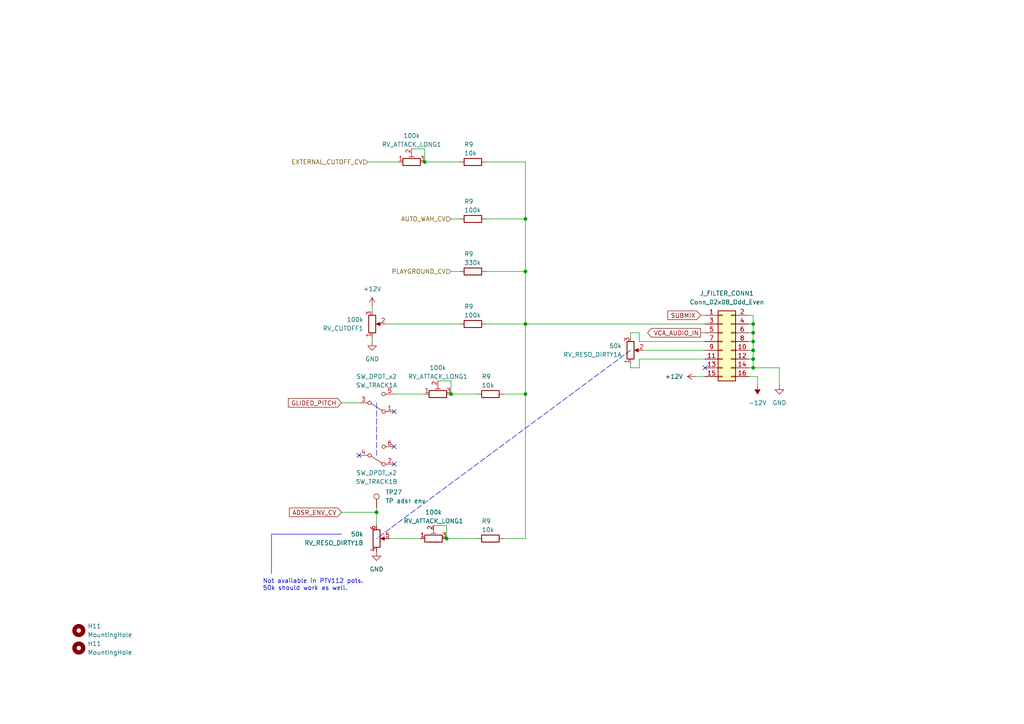
<source format=kicad_sch>
(kicad_sch (version 20231120) (generator "eeschema") (generator_version "8.0")
  (paper "A4")
  (lib_symbols
    (symbol "Connector:TestPoint" (pin_numbers hide) (pin_names (offset 0.762) hide)
      (property "Reference" "TP" (at 0 6.858 0))
      (property "Value" "TestPoint" (at 0 5.08 0))
      (symbol "TestPoint_0_1"
        (circle (center 0 3.302) (radius 0.762))
      )
      (symbol "TestPoint_1_1"
        (pin passive line (at 0 0 90) (length 2.54) (name "1") (number "1"))
      )
    )
    (symbol "Connector_Generic:Conn_02x08_Odd_Even" (pin_names (offset 1.016) hide)
      (property "Reference" "J" (at 1.27 10.16 0))
      (property "Value" "Conn_02x08_Odd_Even" (at 1.27 -12.7 0))
      (symbol "Conn_02x08_Odd_Even_1_1"
        (rectangle (start -1.27 -10.033) (end 0 -10.287) (stroke (width 0.1524)))
        (rectangle (start -1.27 -7.493) (end 0 -7.747) (stroke (width 0.1524)))
        (rectangle (start -1.27 -4.953) (end 0 -5.207) (stroke (width 0.1524)))
        (rectangle (start -1.27 -2.413) (end 0 -2.667) (stroke (width 0.1524)))
        (rectangle (start -1.27 0.127) (end 0 -0.127) (stroke (width 0.1524)))
        (rectangle (start -1.27 2.667) (end 0 2.413) (stroke (width 0.1524)))
        (rectangle (start -1.27 5.207) (end 0 4.953) (stroke (width 0.1524)))
        (rectangle (start -1.27 7.747) (end 0 7.493) (stroke (width 0.1524)))
        (rectangle (start -1.27 8.89) (end 3.81 -11.43) (stroke (width 0.254)) (fill (type background)))
        (rectangle (start 3.81 -10.033) (end 2.54 -10.287) (stroke (width 0.1524)))
        (rectangle (start 3.81 -7.493) (end 2.54 -7.747) (stroke (width 0.1524)))
        (rectangle (start 3.81 -4.953) (end 2.54 -5.207) (stroke (width 0.1524)))
        (rectangle (start 3.81 -2.413) (end 2.54 -2.667) (stroke (width 0.1524)))
        (rectangle (start 3.81 0.127) (end 2.54 -0.127) (stroke (width 0.1524)))
        (rectangle (start 3.81 2.667) (end 2.54 2.413) (stroke (width 0.1524)))
        (rectangle (start 3.81 5.207) (end 2.54 4.953) (stroke (width 0.1524)))
        (rectangle (start 3.81 7.747) (end 2.54 7.493) (stroke (width 0.1524)))
        (pin passive line (at -5.08 7.62 0) (length 3.81) (name "Pin_1") (number "1"))
        (pin passive line (at 7.62 -2.54 180) (length 3.81) (name "Pin_10") (number "10"))
        (pin passive line (at -5.08 -5.08 0) (length 3.81) (name "Pin_11") (number "11"))
        (pin passive line (at 7.62 -5.08 180) (length 3.81) (name "Pin_12") (number "12"))
        (pin passive line (at -5.08 -7.62 0) (length 3.81) (name "Pin_13") (number "13"))
        (pin passive line (at 7.62 -7.62 180) (length 3.81) (name "Pin_14") (number "14"))
        (pin passive line (at -5.08 -10.16 0) (length 3.81) (name "Pin_15") (number "15"))
        (pin passive line (at 7.62 -10.16 180) (length 3.81) (name "Pin_16") (number "16"))
        (pin passive line (at 7.62 7.62 180) (length 3.81) (name "Pin_2") (number "2"))
        (pin passive line (at -5.08 5.08 0) (length 3.81) (name "Pin_3") (number "3"))
        (pin passive line (at 7.62 5.08 180) (length 3.81) (name "Pin_4") (number "4"))
        (pin passive line (at -5.08 2.54 0) (length 3.81) (name "Pin_5") (number "5"))
        (pin passive line (at 7.62 2.54 180) (length 3.81) (name "Pin_6") (number "6"))
        (pin passive line (at -5.08 0 0) (length 3.81) (name "Pin_7") (number "7"))
        (pin passive line (at 7.62 0 180) (length 3.81) (name "Pin_8") (number "8"))
        (pin passive line (at -5.08 -2.54 0) (length 3.81) (name "Pin_9") (number "9"))
      )
    )
    (symbol "Device:R" (pin_numbers hide) (pin_names (offset 0))
      (property "Reference" "R" (at 2.032 0 90))
      (property "Value" "R" (at 0 0 90))
      (symbol "R_0_1"
        (rectangle (start -1.016 -2.54) (end 1.016 2.54) (stroke (width 0.254)))
      )
      (symbol "R_1_1"
        (pin passive line (at 0 3.81 270) (length 1.27) (name "~") (number "1"))
        (pin passive line (at 0 -3.81 90) (length 1.27) (name "~") (number "2"))
      )
    )
    (symbol "Device:R_Potentiometer" (pin_names (offset 1.016) hide)
      (property "Reference" "RV" (at -4.445 0 90))
      (property "Value" "R_Potentiometer" (at -2.54 0 90))
      (symbol "R_Potentiometer_0_1"
        (polyline (pts (xy 2.54 0) (xy 1.524 0)))
        (polyline (pts (xy 1.143 0) (xy 2.286 0.508) (xy 2.286 -0.508) (xy 1.143 0)) (fill (type outline)))
        (rectangle (start 1.016 2.54) (end -1.016 -2.54) (stroke (width 0.254)))
      )
      (symbol "R_Potentiometer_1_1"
        (pin passive line (at 0 3.81 270) (length 1.27) (name "1") (number "1"))
        (pin passive line (at 3.81 0 180) (length 1.27) (name "2") (number "2"))
        (pin passive line (at 0 -3.81 90) (length 1.27) (name "3") (number "3"))
      )
    )
    (symbol "Device:R_Potentiometer_Dual_Separate" (pin_names (offset 1.016) hide)
      (property "Reference" "RV" (at -4.445 0 90))
      (property "Value" "R_Potentiometer_Dual_Separate" (at -2.54 0 90))
      (symbol "R_Potentiometer_Dual_Separate_0_1"
        (polyline (pts (xy 2.54 0) (xy 1.524 0)))
        (polyline (pts (xy 1.143 0) (xy 2.286 0.508) (xy 2.286 -0.508) (xy 1.143 0)) (fill (type outline)))
        (rectangle (start 1.016 2.54) (end -1.016 -2.54) (stroke (width 0.254)))
      )
      (symbol "R_Potentiometer_Dual_Separate_1_1"
        (pin passive line (at 0 3.81 270) (length 1.27) (name "1") (number "1"))
        (pin passive line (at 3.81 0 180) (length 1.27) (name "2") (number "2"))
        (pin passive line (at 0 -3.81 90) (length 1.27) (name "3") (number "3"))
      )
      (symbol "R_Potentiometer_Dual_Separate_2_1"
        (pin passive line (at 0 3.81 270) (length 1.27) (name "4") (number "4"))
        (pin passive line (at 3.81 0 180) (length 1.27) (name "5") (number "5"))
        (pin passive line (at 0 -3.81 90) (length 1.27) (name "6") (number "6"))
      )
    )
    (symbol "Device:R_Potentiometer_Trim" (pin_names (offset 1.016) hide)
      (property "Reference" "RV" (at -4.445 0 90))
      (property "Value" "R_Potentiometer_Trim" (at -2.54 0 90))
      (symbol "R_Potentiometer_Trim_0_1"
        (polyline (pts (xy 1.524 0.762) (xy 1.524 -0.762)))
        (polyline (pts (xy 2.54 0) (xy 1.524 0)))
        (rectangle (start 1.016 2.54) (end -1.016 -2.54) (stroke (width 0.254)))
      )
      (symbol "R_Potentiometer_Trim_1_1"
        (pin passive line (at 0 3.81 270) (length 1.27) (name "1") (number "1"))
        (pin passive line (at 3.81 0 180) (length 1.27) (name "2") (number "2"))
        (pin passive line (at 0 -3.81 90) (length 1.27) (name "3") (number "3"))
      )
    )
    (symbol "Mechanical:MountingHole" (pin_names (offset 1.016))
      (property "Reference" "H" (at 0 5.08 0))
      (property "Value" "MountingHole" (at 0 3.175 0))
      (symbol "MountingHole_0_1"
        (circle (center 0 0) (radius 1.27) (stroke (width 1.27)))
      )
    )
    (symbol "Shmoergh-Custom-Components:SW_DPDT_x2" (pin_names (offset 0) hide)
      (property "Reference" "SW" (at 0 4.318 0))
      (property "Value" "SW_DPDT_x2" (at 0 -5.08 0))
      (symbol "SW_DPDT_x2_0_0"
        (circle (center -2.032 0) (radius 0.508))
        (circle (center 2.032 -2.54) (radius 0.508))
      )
      (symbol "SW_DPDT_x2_0_1"
        (polyline (pts (xy -1.524 0.254) (xy 1.651 2.286)))
        (circle (center 2.032 2.54) (radius 0.508))
      )
      (symbol "SW_DPDT_x2_1_1"
        (pin passive line (at 5.08 2.54 180) (length 2.54) (name "A") (number "1"))
        (pin passive line (at -5.08 0 0) (length 2.54) (name "B") (number "3"))
        (pin passive line (at 5.08 -2.54 180) (length 2.54) (name "C") (number "5"))
      )
      (symbol "SW_DPDT_x2_2_1"
        (pin passive line (at 5.08 2.54 180) (length 2.54) (name "A") (number "2"))
        (pin passive line (at -5.08 0 0) (length 2.54) (name "B") (number "4"))
        (pin passive line (at 5.08 -2.54 180) (length 2.54) (name "C") (number "6"))
      )
    )
    (symbol "power:+12V" (power) (pin_names (offset 0))
      (property "Value" "+12V" (at 0 3.556 0))
      (symbol "+12V_0_1"
        (polyline (pts (xy -0.762 1.27) (xy 0 2.54)))
        (polyline (pts (xy 0 0) (xy 0 2.54)))
        (polyline (pts (xy 0 2.54) (xy 0.762 1.27)))
      )
      (symbol "+12V_1_1"
        (pin power_in line (at 0 0 90) (length 0) hide (name "+12V") (number "1"))
      )
    )
    (symbol "power:-12V" (power) (pin_names (offset 0))
      (property "Value" "-12V" (at 0 3.81 0))
      (symbol "-12V_0_0"
        (pin power_in line (at 0 0 90) (length 0) hide (name "-12V") (number "1"))
      )
      (symbol "-12V_0_1"
        (polyline (pts (xy 0 0) (xy 0 1.27) (xy 0.762 1.27) (xy 0 2.54) (xy -0.762 1.27) (xy 0 1.27)) (fill (type outline)))
      )
    )
    (symbol "power:GND" (power) (pin_names (offset 0))
      (property "Value" "GND" (at 0 -3.81 0))
      (symbol "GND_0_1"
        (polyline (pts (xy 0 0) (xy 0 -1.27) (xy 1.27 -1.27) (xy 0 -2.54) (xy -1.27 -1.27) (xy 0 -1.27)))
      )
      (symbol "GND_1_1"
        (pin power_in line (at 0 0 270) (length 0) hide (name "GND") (number "1"))
      )
    )
  )
  (junction (at 152.4 63.5))
  (junction (at 218.44 106.68))
  (junction (at 129.54 156.21))
  (junction (at 218.44 96.52))
  (junction (at 152.4 93.98))
  (junction (at 130.81 114.3))
  (junction (at 218.44 93.98))
  (junction (at 218.44 99.06))
  (junction (at 152.4 114.3))
  (junction (at 109.22 148.59))
  (junction (at 152.4 78.74))
  (junction (at 123.19 46.99))
  (junction (at 218.44 101.6))
  (junction (at 218.44 104.14))
  (no_connect (at 204.47 106.68))
  (no_connect (at 114.3 129.54))
  (no_connect (at 104.14 132.08))
  (no_connect (at 114.3 119.38))
  (no_connect (at 114.3 134.62))
  (wire (pts (xy 185.42 99.06) (xy 185.42 96.52)))
  (wire (pts (xy 219.71 109.22) (xy 219.71 111.76)))
  (wire (pts (xy 182.88 96.52) (xy 182.88 97.79)))
  (polyline (pts (xy 109.22 116.84) (xy 109.22 132.08)) (stroke (width 0) (type dash)))
  (wire (pts (xy 113.03 156.21) (xy 121.92 156.21)))
  (wire (pts (xy 107.95 99.06) (xy 107.95 97.79)))
  (wire (pts (xy 217.17 99.06) (xy 218.44 99.06)))
  (wire (pts (xy 226.06 106.68) (xy 218.44 106.68)))
  (wire (pts (xy 217.17 101.6) (xy 218.44 101.6)))
  (wire (pts (xy 109.22 148.59) (xy 109.22 152.4)))
  (wire (pts (xy 99.06 148.59) (xy 109.22 148.59)))
  (wire (pts (xy 152.4 93.98) (xy 204.47 93.98)))
  (wire (pts (xy 217.17 104.14) (xy 218.44 104.14)))
  (wire (pts (xy 201.93 109.22) (xy 204.47 109.22)))
  (polyline (pts (xy 78.74 154.94) (xy 78.74 166.37)))
  (wire (pts (xy 130.81 63.5) (xy 133.35 63.5)))
  (wire (pts (xy 217.17 106.68) (xy 218.44 106.68)))
  (wire (pts (xy 114.3 114.3) (xy 123.19 114.3)))
  (wire (pts (xy 140.97 63.5) (xy 152.4 63.5)))
  (wire (pts (xy 130.81 78.74) (xy 133.35 78.74)))
  (wire (pts (xy 123.19 43.18) (xy 123.19 46.99)))
  (wire (pts (xy 203.2 96.52) (xy 204.47 96.52)))
  (wire (pts (xy 217.17 109.22) (xy 219.71 109.22)))
  (wire (pts (xy 129.54 156.21) (xy 138.43 156.21)))
  (wire (pts (xy 217.17 93.98) (xy 218.44 93.98)))
  (wire (pts (xy 204.47 99.06) (xy 185.42 99.06)))
  (wire (pts (xy 185.42 106.68) (xy 182.88 106.68)))
  (wire (pts (xy 125.73 152.4) (xy 129.54 152.4)))
  (wire (pts (xy 226.06 106.68) (xy 226.06 111.76)))
  (wire (pts (xy 140.97 93.98) (xy 152.4 93.98)))
  (wire (pts (xy 129.54 152.4) (xy 129.54 156.21)))
  (polyline (pts (xy 182.88 101.6) (xy 109.22 156.21)) (stroke (width 0) (type dash)))
  (wire (pts (xy 109.22 147.32) (xy 109.22 148.59)))
  (wire (pts (xy 146.05 156.21) (xy 152.4 156.21)))
  (wire (pts (xy 130.81 114.3) (xy 138.43 114.3)))
  (wire (pts (xy 152.4 114.3) (xy 152.4 93.98)))
  (wire (pts (xy 218.44 96.52) (xy 218.44 99.06)))
  (wire (pts (xy 204.47 104.14) (xy 185.42 104.14)))
  (wire (pts (xy 107.95 88.9) (xy 107.95 90.17)))
  (wire (pts (xy 217.17 96.52) (xy 218.44 96.52)))
  (wire (pts (xy 218.44 91.44) (xy 218.44 93.98)))
  (polyline (pts (xy 99.06 154.94) (xy 78.74 154.94)))
  (wire (pts (xy 182.88 106.68) (xy 182.88 105.41)))
  (wire (pts (xy 99.06 116.84) (xy 104.14 116.84)))
  (wire (pts (xy 218.44 101.6) (xy 218.44 104.14)))
  (wire (pts (xy 152.4 46.99) (xy 152.4 63.5)))
  (wire (pts (xy 152.4 63.5) (xy 152.4 78.74)))
  (wire (pts (xy 130.81 110.49) (xy 130.81 114.3)))
  (wire (pts (xy 106.68 46.99) (xy 115.57 46.99)))
  (wire (pts (xy 111.76 93.98) (xy 133.35 93.98)))
  (wire (pts (xy 218.44 99.06) (xy 218.44 101.6)))
  (wire (pts (xy 218.44 93.98) (xy 218.44 96.52)))
  (wire (pts (xy 140.97 46.99) (xy 152.4 46.99)))
  (wire (pts (xy 185.42 96.52) (xy 182.88 96.52)))
  (wire (pts (xy 123.19 46.99) (xy 133.35 46.99)))
  (wire (pts (xy 152.4 156.21) (xy 152.4 114.3)))
  (wire (pts (xy 218.44 104.14) (xy 218.44 106.68)))
  (wire (pts (xy 140.97 78.74) (xy 152.4 78.74)))
  (wire (pts (xy 146.05 114.3) (xy 152.4 114.3)))
  (wire (pts (xy 186.69 101.6) (xy 204.47 101.6)))
  (wire (pts (xy 127 110.49) (xy 130.81 110.49)))
  (wire (pts (xy 217.17 91.44) (xy 218.44 91.44)))
  (wire (pts (xy 203.2 91.44) (xy 204.47 91.44)))
  (wire (pts (xy 185.42 104.14) (xy 185.42 106.68)))
  (wire (pts (xy 119.38 43.18) (xy 123.19 43.18)))
  (wire (pts (xy 152.4 78.74) (xy 152.4 93.98)))
  (text "Not available in PTV112 pots.\n50k should work as well." (at 76.2 171.45 0) (effects (font (size 1.27 1.27)) (justify left bottom)))
  (global_label "SUBMIX" (shape input) (at 203.2 91.44 180) (property "Intersheetrefs" "${INTERSHEET_REFS}" (effects (hide yes))))
  (global_label "ADSR_ENV_CV" (shape input) (at 99.06 148.59 180) (property "Intersheetrefs" "${INTERSHEET_REFS}" (effects (hide yes))))
  (global_label "VCA_AUDIO_IN" (shape output) (at 203.2 96.52 180) (property "Intersheetrefs" "${INTERSHEET_REFS}" (effects (hide yes))))
  (global_label "GLIDED_PITCH" (shape input) (at 99.06 116.84 180) (property "Intersheetrefs" "${INTERSHEET_REFS}" (effects (hide yes))))
  (hierarchical_label "PLAYGROUND_CV" (shape input) (at 130.81 78.74 180))
  (hierarchical_label "EXTERNAL_CUTOFF_CV" (shape input) (at 106.68 46.99 180))
  (hierarchical_label "AUTO_WAH_CV" (shape input) (at 130.81 63.5 180))
  (symbol (lib_id "Device:R_Potentiometer_Trim") (at 125.73 156.21 90) (unit 1)
    (property "Reference" "RV_ATTACK_LONG1" (at 125.73 151.13 90))
    (property "Value" "100k" (at 125.73 148.59 90))
    (property "Footprint" "Potentiometer_THT:Potentiometer_Runtron_RM-065_Vertical" (effects (hide yes)))
    (property "Part No." "652-3306F-1-104 " (effects (hide yes)))
    (property "Part URL" "https://mou.sr/3OVBYFf" (effects (hide yes)))
    (property "Vendor" "Mouser" (effects (hide yes)))
    (instances (project "hog-f1-router" (path "" (reference "RV_ATTACK_LONG1") (unit 1))) (project "ui-rev-3" (path "" (reference "RV_DIRTY_AMP1") (unit 1)) (path "" (reference "RV_ATTACK_LONG1") (unit 1))))
  )
  (symbol (lib_id "Device:R") (at 137.16 63.5 270) (mirror x) (unit 1)
    (property "Reference" "R9" (at 134.62 58.42 90) (effects (justify left)))
    (property "Value" "100k" (at 134.62 60.96 90) (effects (justify left)))
    (property "Footprint" "Shmoergh_Custom_Footprints:R_Axial_DIN0207_L6.3mm_D2.5mm_P7.62mm_Horizontal" (effects (hide yes)))
    (property "Part No." "603-MFR-25FRF52100K" (effects (hide yes)))
    (property "Part URL" "https://mou.sr/4hEwI4G" (effects (hide yes)))
    (property "Vendor" "Mouser" (effects (hide yes)))
    (instances (project "ui-rev-3" (path "" (reference "R9") (unit 1)) (path "" (reference "R30") (unit 1)) (path "" (reference "R12") (unit 1)) (path "" (reference "R25") (unit 1))))
  )
  (symbol (lib_id "power:-12V") (at 219.71 111.76 180) (unit 1)
    (property "Reference" "#PWR092" (effects (hide yes)))
    (property "Value" "-12V" (at 219.71 116.84 0))
  )
  (symbol (lib_id "Device:R") (at 137.16 46.99 270) (mirror x) (unit 1)
    (property "Reference" "R9" (at 134.62 41.91 90) (effects (justify left)))
    (property "Value" "10k" (at 134.62 44.45 90) (effects (justify left)))
    (property "Footprint" "Shmoergh_Custom_Footprints:R_Axial_DIN0207_L6.3mm_D2.5mm_P7.62mm_Horizontal" (effects (hide yes)))
    (property "Part No." "603-MFR25SFRF52-10K " (effects (hide yes)))
    (property "Part URL" "https://mou.sr/3XU3MyE" (effects (hide yes)))
    (property "Vendor" "Mouser" (effects (hide yes)))
    (instances (project "ui-rev-3" (path "" (reference "R9") (unit 1)) (path "" (reference "R43") (unit 1)) (path "" (reference "R12") (unit 1)) (path "" (reference "R25") (unit 1))))
  )
  (symbol (lib_id "Shmoergh-Custom-Components:SW_DPDT_x2") (at 109.22 132.08 0) (mirror x) (unit 2)
    (property "Reference" "SW_TRACK1" (at 109.22 139.7 0))
    (property "Value" "SW_DPDT_x2" (at 109.22 137.16 0))
    (property "Footprint" "Shmoergh_Custom_Footprints:DPDT Korg Style Switch" (effects (hide yes)))
    (property "Description" "NOTE: The availability of this product changing quite often. Look for the part number or just \"ON-ON toggle\" on Aliexpress or Alibaba" (effects (hide yes)))
    (property "Part No." "TS-22E01AT15" (effects (hide yes)))
    (property "Part URL" "https://www.aliexpress.com/item/32955400123.html?spm=a2g0o.order_detail.order_detail_item.9.48b7f19cHFLucI" (effects (hide yes)))
    (property "Vendor" "Daier" (effects (hide yes)))
    (property "Product URL" "https://www.chinadaier.com/6-pin-slide-switch/" (effects (hide yes)))
  )
  (symbol (lib_id "Device:R_Potentiometer_Trim") (at 119.38 46.99 90) (unit 1)
    (property "Reference" "RV_ATTACK_LONG1" (at 119.38 41.91 90))
    (property "Value" "100k" (at 119.38 39.37 90))
    (property "Footprint" "Potentiometer_THT:Potentiometer_Runtron_RM-065_Vertical" (effects (hide yes)))
    (property "Part No." "652-3306F-1-104 " (effects (hide yes)))
    (property "Part URL" "https://mou.sr/3OVBYFf" (effects (hide yes)))
    (property "Vendor" "Mouser" (effects (hide yes)))
    (instances (project "hog-f1-router" (path "" (reference "RV_ATTACK_LONG1") (unit 1))) (project "ui-rev-3" (path "" (reference "RV_EXT_CUTOFF_GAIN1") (unit 1)) (path "" (reference "RV_ATTACK_LONG1") (unit 1))))
  )
  (symbol (lib_id "Device:R_Potentiometer_Trim") (at 127 114.3 90) (unit 1)
    (property "Reference" "RV_ATTACK_LONG1" (at 127 109.22 90))
    (property "Value" "100k" (at 127 106.68 90))
    (property "Footprint" "Potentiometer_THT:Potentiometer_Runtron_RM-065_Vertical" (effects (hide yes)))
    (property "Part No." "652-3306F-1-104 " (effects (hide yes)))
    (property "Part URL" "https://mou.sr/3OVBYFf" (effects (hide yes)))
    (property "Vendor" "Mouser" (effects (hide yes)))
    (instances (project "hog-f1-router" (path "" (reference "RV_ATTACK_LONG1") (unit 1))) (project "ui-rev-3" (path "" (reference "RV_TRACKING_LVL1") (unit 1)) (path "" (reference "RV_ATTACK_LONG1") (unit 1))))
  )
  (symbol (lib_id "power:GND") (at 109.22 160.02 0) (unit 1)
    (property "Reference" "#PWR041" (effects (hide yes)))
    (property "Value" "GND" (at 109.22 165.1 0))
  )
  (symbol (lib_id "power:+12V") (at 107.95 88.9 0) (unit 1)
    (property "Reference" "#PWR039" (effects (hide yes)))
    (property "Value" "+12V" (at 107.95 83.82 0))
  )
  (symbol (lib_id "Device:R") (at 142.24 156.21 270) (mirror x) (unit 1)
    (property "Reference" "R9" (at 139.7 151.13 90) (effects (justify left)))
    (property "Value" "10k" (at 139.7 153.67 90) (effects (justify left)))
    (property "Footprint" "Shmoergh_Custom_Footprints:R_Axial_DIN0207_L6.3mm_D2.5mm_P7.62mm_Horizontal" (effects (hide yes)))
    (property "Part No." "603-MFR25SFRF52-10K " (effects (hide yes)))
    (property "Part URL" "https://mou.sr/3XU3MyE" (effects (hide yes)))
    (property "Vendor" "Mouser" (effects (hide yes)))
    (instances (project "ui-rev-3" (path "" (reference "R9") (unit 1)) (path "" (reference "R28") (unit 1)) (path "" (reference "R12") (unit 1)) (path "" (reference "R25") (unit 1))))
  )
  (symbol (lib_id "Connector:TestPoint") (at 109.22 147.32 0) (unit 1) (in_bom no)
    (property "Reference" "TP27" (at 111.76 142.748 0) (effects (justify left)))
    (property "Value" "TP adsr env" (at 111.76 145.288 0) (effects (justify left)))
    (property "Footprint" "TestPoint:TestPoint_THTPad_2.0x2.0mm_Drill1.0mm" (effects (hide yes)))
    (instances (project "ui-rev-3" (path "" (reference "TP27") (unit 1)) (path "" (reference "TP2") (unit 1))))
  )
  (symbol (lib_id "Device:R_Potentiometer_Dual_Separate") (at 182.88 101.6 0) (mirror x) (unit 1)
    (property "Reference" "RV_RESO_DIRTY1" (at 180.34 102.87 0) (effects (justify right)))
    (property "Value" "50k" (at 180.34 100.33 0) (effects (justify right)))
    (property "Footprint" "Shmoergh_Custom_Footprints:Potentiometer_Bourns_Dual-PTV112-4" (effects (hide yes)))
    (property "Mouser" "https://hu.mouser.com/ProductDetail/Bourns/PTV112-4420A-A104?qs=nqw9FAyaR8O62wln9B5%2Frg%3D%3D" (effects (hide yes)))
    (property "Part No." "652-PTV112-4425AB503 " (effects (hide yes)))
    (property "Part URL" "https://mou.sr/3UKAAJn" (effects (hide yes)))
    (property "Vendor" "Mouser" (effects (hide yes)))
    (instances (project "ui-rev-3" (path "" (reference "RV_RESO_DIRTY1") (unit 1)) (path "" (reference "RV_RINGTIME1") (unit 1))))
  )
  (symbol (lib_id "Mechanical:MountingHole") (at 22.86 187.96 0) (unit 1) (in_bom no)
    (property "Reference" "H11" (at 25.4 186.69 0) (effects (justify left)))
    (property "Value" "MountingHole" (at 25.4 189.23 0) (effects (justify left)))
    (property "Footprint" "MountingHole:MountingHole_3mm" (effects (hide yes)))
    (instances (project "ui-rev-3" (path "" (reference "H11") (unit 1)) (path "" (reference "H11") (unit 1))) (project "core-v1" (path "" (reference "H203") (unit 1))))
  )
  (symbol (lib_id "Device:R_Potentiometer") (at 107.95 93.98 0) (mirror x) (unit 1)
    (property "Reference" "RV_CUTOFF1" (at 105.41 95.25 0) (effects (justify right)))
    (property "Value" "100k" (at 105.41 92.71 0) (effects (justify right)))
    (property "Footprint" "Shmoergh_Custom_Footprints:Potentiometer_Bourns_Single-PTV09A" (effects (hide yes)))
    (property "Part No." "652-PTV09A4025FB104 " (effects (hide yes)))
    (property "Part URL" "https://mou.sr/3Us6dpJ" (effects (hide yes)))
    (property "Vendor" "Mouser" (effects (hide yes)))
  )
  (symbol (lib_id "power:GND") (at 226.06 111.76 0) (unit 1)
    (property "Reference" "#PWR083" (effects (hide yes)))
    (property "Value" "GND" (at 226.06 116.84 0))
  )
  (symbol (lib_id "Device:R") (at 142.24 114.3 270) (mirror x) (unit 1)
    (property "Reference" "R9" (at 139.7 109.22 90) (effects (justify left)))
    (property "Value" "10k" (at 139.7 111.76 90) (effects (justify left)))
    (property "Footprint" "Shmoergh_Custom_Footprints:R_Axial_DIN0207_L6.3mm_D2.5mm_P7.62mm_Horizontal" (effects (hide yes)))
    (property "Part No." "603-MFR25SFRF52-10K " (effects (hide yes)))
    (property "Part URL" "https://mou.sr/3XU3MyE" (effects (hide yes)))
    (property "Vendor" "Mouser" (effects (hide yes)))
    (instances (project "ui-rev-3" (path "" (reference "R9") (unit 1)) (path "" (reference "R27") (unit 1)) (path "" (reference "R12") (unit 1)) (path "" (reference "R25") (unit 1))))
  )
  (symbol (lib_id "Device:R") (at 137.16 78.74 270) (mirror x) (unit 1)
    (property "Reference" "R9" (at 134.62 73.66 90) (effects (justify left)))
    (property "Value" "330k" (at 134.62 76.2 90) (effects (justify left)))
    (property "Footprint" "Shmoergh_Custom_Footprints:R_Axial_DIN0207_L6.3mm_D2.5mm_P7.62mm_Horizontal" (effects (hide yes)))
    (property "Part No." "603-MFR-25FRF52-330K " (effects (hide yes)))
    (property "Part URL" "https://mou.sr/3FzGuYE" (effects (hide yes)))
    (property "Vendor" "Mouser" (effects (hide yes)))
    (instances (project "ui-rev-3" (path "" (reference "R9") (unit 1)) (path "" (reference "R29") (unit 1)) (path "" (reference "R12") (unit 1)) (path "" (reference "R25") (unit 1))))
  )
  (symbol (lib_id "Connector_Generic:Conn_02x08_Odd_Even") (at 209.55 99.06 0) (unit 1)
    (property "Reference" "J_FILTER_CONN1" (at 210.82 85.09 0))
    (property "Value" "Conn_02x08_Odd_Even" (at 210.82 87.63 0))
    (property "Footprint" "Connector_PinHeader_2.54mm:PinHeader_2x08_P2.54mm_Vertical" (effects (hide yes)))
    (property "Part No." "649-1012938191601BLF " (effects (hide yes)))
    (property "Part URL" "https://mou.sr/3ZS3vh3" (effects (hide yes)))
    (property "Vendor" "Mouser" (effects (hide yes)))
  )
  (symbol (lib_id "power:GND") (at 107.95 99.06 0) (unit 1)
    (property "Reference" "#PWR040" (effects (hide yes)))
    (property "Value" "GND" (at 107.95 104.14 0))
  )
  (symbol (lib_id "Shmoergh-Custom-Components:SW_DPDT_x2") (at 109.22 116.84 0) (mirror x) (unit 1)
    (property "Reference" "SW_TRACK1" (at 109.22 111.76 0))
    (property "Value" "SW_DPDT_x2" (at 109.22 109.22 0))
    (property "Footprint" "Shmoergh_Custom_Footprints:DPDT Korg Style Switch" (effects (hide yes)))
    (property "Description" "NOTE: The availability of this product changing quite often. Look for the part number or just \"ON-ON toggle\" on Aliexpress or Alibaba" (effects (hide yes)))
    (property "Part No." "TS-22E01AT15" (effects (hide yes)))
    (property "Part URL" "https://www.aliexpress.com/item/32955400123.html?spm=a2g0o.order_detail.order_detail_item.9.48b7f19cHFLucI" (effects (hide yes)))
    (property "Vendor" "Daier" (effects (hide yes)))
    (property "Product URL" "https://www.chinadaier.com/6-pin-slide-switch/" (effects (hide yes)))
  )
  (symbol (lib_id "Device:R") (at 137.16 93.98 270) (mirror x) (unit 1)
    (property "Reference" "R9" (at 134.62 88.9 90) (effects (justify left)))
    (property "Value" "100k" (at 134.62 91.44 90) (effects (justify left)))
    (property "Footprint" "Shmoergh_Custom_Footprints:R_Axial_DIN0207_L6.3mm_D2.5mm_P7.62mm_Horizontal" (effects (hide yes)))
    (property "Part No." "603-MFR-25FRF52100K" (effects (hide yes)))
    (property "Part URL" "https://mou.sr/4hEwI4G" (effects (hide yes)))
    (property "Vendor" "Mouser" (effects (hide yes)))
    (instances (project "ui-rev-3" (path "" (reference "R9") (unit 1)) (path "" (reference "R26") (unit 1)) (path "" (reference "R12") (unit 1)) (path "" (reference "R25") (unit 1))))
  )
  (symbol (lib_id "power:+12V") (at 201.93 109.22 90) (unit 1)
    (property "Reference" "#PWR091" (effects (hide yes)))
    (property "Value" "+12V" (at 198.12 109.22 90) (effects (justify left)))
  )
  (symbol (lib_id "Device:R_Potentiometer_Dual_Separate") (at 109.22 156.21 0) (mirror x) (unit 2)
    (property "Reference" "RV_RESO_DIRTY1" (at 105.41 157.48 0) (effects (justify right)))
    (property "Value" "50k" (at 105.41 154.94 0) (effects (justify right)))
    (property "Footprint" "Shmoergh_Custom_Footprints:Potentiometer_Bourns_Dual-PTV112-4" (effects (hide yes)))
    (property "Mouser" "https://hu.mouser.com/ProductDetail/Bourns/PTV112-4420A-A104?qs=nqw9FAyaR8O62wln9B5%2Frg%3D%3D" (effects (hide yes)))
    (property "Part No." "652-PTV112-4425AB503 " (effects (hide yes)))
    (property "Part URL" "https://mou.sr/3UKAAJn" (effects (hide yes)))
    (property "Vendor" "Mouser" (effects (hide yes)))
    (instances (project "ui-rev-3" (path "" (reference "RV_RESO_DIRTY1") (unit 2)) (path "" (reference "RV_RINGTIME1") (unit 2))))
  )
  (symbol (lib_id "Mechanical:MountingHole") (at 22.86 182.88 0) (unit 1) (in_bom no)
    (property "Reference" "H11" (at 25.4 181.61 0) (effects (justify left)))
    (property "Value" "MountingHole" (at 25.4 184.15 0) (effects (justify left)))
    (property "Footprint" "MountingHole:MountingHole_3mm" (effects (hide yes)))
    (instances (project "ui-rev-3" (path "" (reference "H11") (unit 1)) (path "" (reference "H12") (unit 1))) (project "core-v1" (path "" (reference "H203") (unit 1))))
  )
)
</source>
